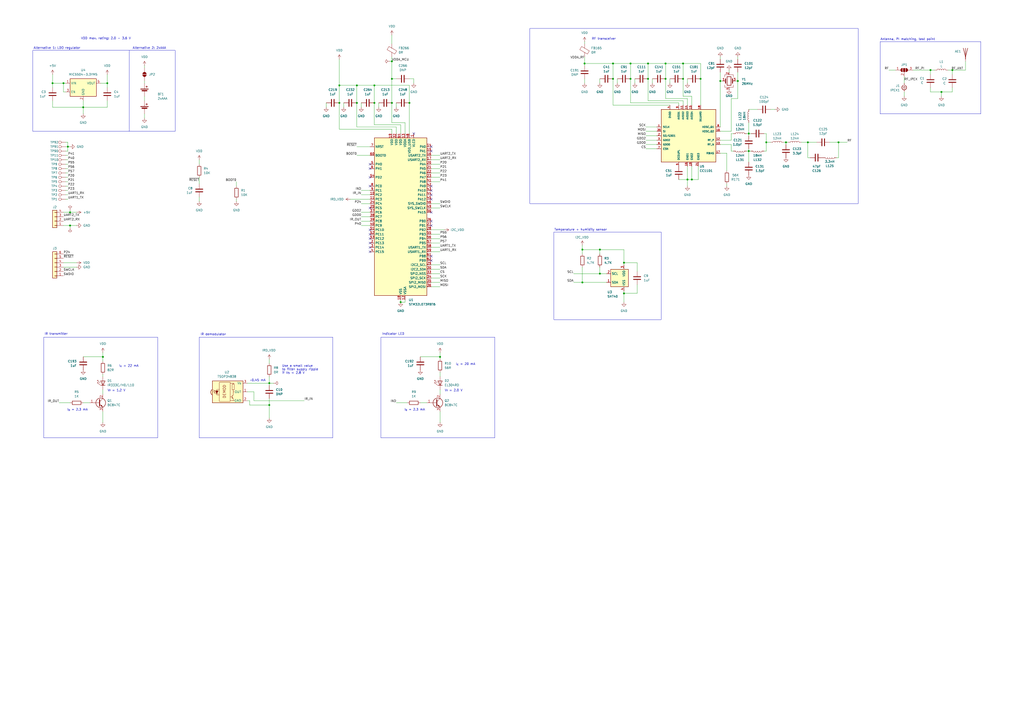
<source format=kicad_sch>
(kicad_sch (version 20250114) (generator "eeschema") (generator_version "9.0")
  (paper "A2")
  (rectangle (start 220.98 195.58) (end 287.02 254))
  (rectangle (start 510.54 24.13) (end 568.96 66.04))
  (rectangle (start 115.57 195.58) (end 193.04 254))
  (rectangle (start 321.31 134.62) (end 383.54 185.42))
  (rectangle (start 307.34 16.51) (end 497.84 118.11))
  (rectangle (start 19.05 29.21) (end 101.6 76.2))
  (rectangle (start 25.4 195.58) (end 91.44 254))
  (text "Indicator LED" (at 228.092 193.802 0) (effects (font (size 1.27 1.27))))
  (text "Use a small value \nto filter supply ripple\nif Vs < 2.8 V\n" (at 163.576 214.376 0) (effects (font (size 1.27 1.27)) (justify left)))
  (text "I_{b} = 2.3 mA" (at 240.538 237.744 0) (effects (font (size 1.27 1.27))))
  (text "I_{c} = 20 mA" (at 264.414 211.328 0) (effects (font (size 1.27 1.27)) (justify left)))
  (text "IR demodulator" (at 123.698 194.056 0) (effects (font (size 1.27 1.27))))
  (text "I_{c} = 22 mA" (at 69.088 212.344 0) (effects (font (size 1.27 1.27)) (justify left)))
  (text "IR transmitter" (at 32.512 193.802 0) (effects (font (size 1.27 1.27))))
  (text "RF transceiver" (at 350.266 22.606 0) (effects (font (size 1.27 1.27))))
  (text "V_{f} = 2.0 V" (at 263.144 226.568 0) (effects (font (size 1.27 1.27))))
  (text "~0.45 mA" (at 145.034 220.726 0) (effects (font (size 1.27 1.27)) (justify left)))
  (text "V_{f} = 1.2 V" (at 67.564 226.568 0) (effects (font (size 1.27 1.27))))
  (text "Temperature + humidity sensor" (at 336.804 133.35 0) (effects (font (size 1.27 1.27))))
  (text "Antenna, PI matching, test point" (at 526.542 22.86 0) (effects (font (size 1.27 1.27))))
  (text "I_{b} = 2.3 mA" (at 44.958 237.744 0) (effects (font (size 1.27 1.27))))
  (text "Alternative 1: LDO regulator" (at 33.02 27.94 0) (effects (font (size 1.27 1.27))))
  (text "VDD max. rating: 2.0 - 3.6 V" (at 61.468 22.352 0) (effects (font (size 1.27 1.27))))
  (text "Alternative 2: 2xAAA" (at 86.614 27.94 0) (effects (font (size 1.27 1.27))))
  (junction (at 398.78 104.14))
  (junction (at 539.75 40.64))
  (junction (at 40.64 130.81))
  (junction (at 227.33 59.69))
  (junction (at 237.49 59.69))
  (junction (at 30.48 48.26))
  (junction (at 339.09 36.83))
  (junction (at 444.5 82.55))
  (junction (at 401.32 104.14))
  (junction (at 427.99 46.99))
  (junction (at 337.82 163.83))
  (junction (at 468.63 82.55))
  (junction (at 156.21 234.95))
  (junction (at 434.34 87.63))
  (junction (at 36.83 48.26))
  (junction (at 255.27 207.01))
  (junction (at 217.17 59.69))
  (junction (at 365.76 36.83))
  (junction (at 156.21 222.25))
  (junction (at 227.33 35.56))
  (junction (at 396.24 36.83))
  (junction (at 62.23 48.26))
  (junction (at 337.82 144.78))
  (junction (at 196.85 49.53))
  (junction (at 39.37 85.09))
  (junction (at 546.1 53.34))
  (junction (at 217.17 49.53))
  (junction (at 361.95 152.4))
  (junction (at 386.08 36.83))
  (junction (at 40.64 123.19))
  (junction (at 375.92 36.83))
  (junction (at 227.33 45.72))
  (junction (at 207.01 59.69))
  (junction (at 434.34 77.47))
  (junction (at 232.41 175.26))
  (junction (at 396.24 45.72))
  (junction (at 59.69 207.01))
  (junction (at 375.92 45.72))
  (junction (at 347.98 144.78))
  (junction (at 365.76 45.72))
  (junction (at 347.98 158.75))
  (junction (at 386.08 45.72))
  (junction (at 552.45 40.64))
  (junction (at 406.4 45.72))
  (junction (at 48.26 62.23))
  (junction (at 207.01 49.53))
  (junction (at 486.41 82.55))
  (junction (at 417.83 46.99))
  (junction (at 196.85 59.69))
  (junction (at 455.93 82.55))
  (junction (at 355.6 45.72))
  (junction (at 361.95 170.18))
  (junction (at 355.6 36.83))
  (no_connect (at 250.19 85.09))
  (no_connect (at 250.19 107.95))
  (no_connect (at 214.63 107.95))
  (no_connect (at 214.63 138.43))
  (no_connect (at 214.63 140.97))
  (no_connect (at 214.63 133.35))
  (no_connect (at 250.19 113.03))
  (no_connect (at 240.03 77.47))
  (no_connect (at 250.19 115.57))
  (no_connect (at 250.19 110.49))
  (no_connect (at 214.63 102.87))
  (no_connect (at 214.63 95.25))
  (no_connect (at 250.19 128.27))
  (no_connect (at 214.63 120.65))
  (no_connect (at 214.63 146.05))
  (no_connect (at 250.19 130.81))
  (no_connect (at 214.63 143.51))
  (no_connect (at 214.63 97.79))
  (no_connect (at 250.19 148.59))
  (no_connect (at 250.19 151.13))
  (no_connect (at 214.63 135.89))
  (no_connect (at 250.19 123.19))
  (no_connect (at 250.19 87.63))
  (wire (pts (xy 369.57 165.1) (xy 369.57 170.18)))
  (wire (pts (xy 83.82 38.1) (xy 83.82 39.37)))
  (wire (pts (xy 59.69 207.01) (xy 59.69 209.55)))
  (wire (pts (xy 83.82 55.88) (xy 83.82 58.42)))
  (wire (pts (xy 406.4 36.83) (xy 406.4 45.72)))
  (wire (pts (xy 339.09 33.02) (xy 339.09 36.83)))
  (wire (pts (xy 217.17 49.53) (xy 237.49 49.53)))
  (wire (pts (xy 38.1 87.63) (xy 39.37 87.63)))
  (wire (pts (xy 232.41 72.39) (xy 217.17 72.39)))
  (wire (pts (xy 44.45 154.94) (xy 36.83 154.94)))
  (wire (pts (xy 147.32 232.41) (xy 147.32 227.33)))
  (wire (pts (xy 332.74 163.83) (xy 337.82 163.83)))
  (wire (pts (xy 62.23 43.18) (xy 62.23 48.26)))
  (wire (pts (xy 232.41 77.47) (xy 232.41 72.39)))
  (wire (pts (xy 375.92 45.72) (xy 375.92 58.42)))
  (wire (pts (xy 255.27 204.47) (xy 255.27 207.01)))
  (wire (pts (xy 401.32 55.88) (xy 396.24 55.88)))
  (wire (pts (xy 62.23 62.23) (xy 48.26 62.23)))
  (wire (pts (xy 196.85 59.69) (xy 196.85 49.53)))
  (wire (pts (xy 552.45 50.8) (xy 552.45 53.34)))
  (wire (pts (xy 243.84 207.01) (xy 255.27 207.01)))
  (wire (pts (xy 388.62 48.26) (xy 388.62 45.72)))
  (wire (pts (xy 39.37 82.55) (xy 39.37 85.09)))
  (wire (pts (xy 115.57 92.71) (xy 115.57 95.25)))
  (wire (pts (xy 227.33 35.56) (xy 227.33 45.72)))
  (wire (pts (xy 332.74 158.75) (xy 347.98 158.75)))
  (wire (pts (xy 250.19 95.25) (xy 255.27 95.25)))
  (wire (pts (xy 40.64 123.19) (xy 36.83 123.19)))
  (wire (pts (xy 398.78 60.96) (xy 398.78 57.15)))
  (wire (pts (xy 250.19 153.67) (xy 255.27 153.67)))
  (wire (pts (xy 337.82 144.78) (xy 347.98 144.78)))
  (wire (pts (xy 355.6 60.96) (xy 388.62 60.96)))
  (wire (pts (xy 39.37 92.71) (xy 38.1 92.71)))
  (wire (pts (xy 250.19 102.87) (xy 255.27 102.87)))
  (wire (pts (xy 421.64 88.9) (xy 417.83 88.9)))
  (wire (pts (xy 368.3 48.26) (xy 368.3 45.72)))
  (wire (pts (xy 434.34 71.12) (xy 434.34 77.47)))
  (wire (pts (xy 393.7 104.14) (xy 398.78 104.14)))
  (wire (pts (xy 398.78 48.26) (xy 398.78 45.72)))
  (wire (pts (xy 552.45 40.64) (xy 552.45 43.18)))
  (wire (pts (xy 58.42 48.26) (xy 62.23 48.26)))
  (wire (pts (xy 227.33 77.47) (xy 227.33 74.93)))
  (wire (pts (xy 355.6 36.83) (xy 355.6 45.72)))
  (wire (pts (xy 237.49 59.69) (xy 237.49 49.53)))
  (wire (pts (xy 434.34 87.63) (xy 435.61 87.63)))
  (wire (pts (xy 209.55 118.11) (xy 214.63 118.11)))
  (wire (pts (xy 365.76 45.72) (xy 365.76 59.69)))
  (wire (pts (xy 38.1 53.34) (xy 36.83 53.34)))
  (wire (pts (xy 374.65 76.2) (xy 381 76.2)))
  (wire (pts (xy 468.63 91.44) (xy 469.9 91.44)))
  (wire (pts (xy 59.69 238.76) (xy 59.69 245.11)))
  (wire (pts (xy 434.34 87.63) (xy 434.34 86.36)))
  (wire (pts (xy 40.64 132.08) (xy 40.64 130.81)))
  (wire (pts (xy 427.99 41.91) (xy 427.99 46.99)))
  (wire (pts (xy 227.33 45.72) (xy 227.33 59.69)))
  (wire (pts (xy 255.27 215.9) (xy 255.27 218.44)))
  (wire (pts (xy 36.83 130.81) (xy 40.64 130.81)))
  (wire (pts (xy 355.6 45.72) (xy 355.6 60.96)))
  (wire (pts (xy 209.55 123.19) (xy 214.63 123.19)))
  (wire (pts (xy 468.63 82.55) (xy 464.82 82.55)))
  (wire (pts (xy 144.78 232.41) (xy 143.51 232.41)))
  (wire (pts (xy 234.95 71.12) (xy 227.33 71.12)))
  (wire (pts (xy 234.95 175.26) (xy 234.95 173.99)))
  (wire (pts (xy 40.64 121.92) (xy 40.64 123.19)))
  (wire (pts (xy 393.7 59.69) (xy 393.7 60.96)))
  (wire (pts (xy 217.17 59.69) (xy 217.17 49.53)))
  (wire (pts (xy 38.1 115.57) (xy 39.37 115.57)))
  (wire (pts (xy 59.69 226.06) (xy 59.69 228.6)))
  (wire (pts (xy 355.6 36.83) (xy 365.76 36.83)))
  (wire (pts (xy 434.34 77.47) (xy 434.34 78.74)))
  (wire (pts (xy 232.41 175.26) (xy 232.41 173.99)))
  (wire (pts (xy 237.49 77.47) (xy 237.49 59.69)))
  (wire (pts (xy 417.83 76.2) (xy 424.18 76.2)))
  (wire (pts (xy 443.23 87.63) (xy 444.5 87.63)))
  (wire (pts (xy 434.34 63.5) (xy 439.42 63.5)))
  (wire (pts (xy 481.33 82.55) (xy 486.41 82.55)))
  (wire (pts (xy 196.85 74.93) (xy 196.85 59.69)))
  (wire (pts (xy 365.76 36.83) (xy 365.76 45.72)))
  (wire (pts (xy 546.1 53.34) (xy 552.45 53.34)))
  (wire (pts (xy 226.06 35.56) (xy 227.33 35.56)))
  (wire (pts (xy 375.92 36.83) (xy 375.92 45.72)))
  (wire (pts (xy 433.07 87.63) (xy 434.34 87.63)))
  (polyline (pts (xy 74.93 29.21) (xy 74.93 76.2)))
  (wire (pts (xy 219.71 62.23) (xy 219.71 59.69)))
  (wire (pts (xy 156.21 222.25) (xy 156.21 218.44)))
  (wire (pts (xy 250.19 100.33) (xy 255.27 100.33)))
  (wire (pts (xy 257.81 133.35) (xy 250.19 133.35)))
  (wire (pts (xy 115.57 102.87) (xy 115.57 106.68)))
  (wire (pts (xy 59.69 217.17) (xy 59.69 218.44)))
  (wire (pts (xy 401.32 96.52) (xy 401.32 104.14)))
  (wire (pts (xy 386.08 36.83) (xy 386.08 45.72)))
  (wire (pts (xy 365.76 36.83) (xy 375.92 36.83)))
  (wire (pts (xy 137.16 105.41) (xy 137.16 107.95)))
  (wire (pts (xy 38.1 102.87) (xy 39.37 102.87)))
  (wire (pts (xy 425.45 87.63) (xy 424.18 87.63)))
  (wire (pts (xy 39.37 90.17) (xy 38.1 90.17)))
  (wire (pts (xy 30.48 48.26) (xy 36.83 48.26)))
  (wire (pts (xy 549.91 40.64) (xy 552.45 40.64)))
  (wire (pts (xy 255.27 105.41) (xy 250.19 105.41)))
  (wire (pts (xy 209.55 128.27) (xy 214.63 128.27)))
  (wire (pts (xy 137.16 116.84) (xy 137.16 115.57)))
  (wire (pts (xy 144.78 234.95) (xy 156.21 234.95)))
  (wire (pts (xy 217.17 72.39) (xy 217.17 59.69)))
  (wire (pts (xy 229.87 73.66) (xy 207.01 73.66)))
  (wire (pts (xy 227.33 59.69) (xy 227.33 71.12)))
  (wire (pts (xy 417.83 41.91) (xy 417.83 46.99)))
  (wire (pts (xy 229.87 233.68) (xy 236.22 233.68)))
  (wire (pts (xy 250.19 97.79) (xy 255.27 97.79)))
  (wire (pts (xy 38.1 100.33) (xy 39.37 100.33)))
  (wire (pts (xy 38.1 85.09) (xy 39.37 85.09)))
  (wire (pts (xy 454.66 82.55) (xy 455.93 82.55)))
  (wire (pts (xy 375.92 36.83) (xy 386.08 36.83)))
  (wire (pts (xy 207.01 90.17) (xy 214.63 90.17)))
  (wire (pts (xy 374.65 73.66) (xy 381 73.66)))
  (wire (pts (xy 144.78 234.95) (xy 144.78 232.41)))
  (wire (pts (xy 30.48 48.26) (xy 30.48 50.8)))
  (wire (pts (xy 539.75 40.64) (xy 539.75 43.18)))
  (wire (pts (xy 48.26 62.23) (xy 48.26 66.04)))
  (wire (pts (xy 486.41 82.55) (xy 486.41 91.44)))
  (wire (pts (xy 427.99 57.15) (xy 427.99 46.99)))
  (wire (pts (xy 36.83 53.34) (xy 36.83 48.26)))
  (wire (pts (xy 417.83 46.99) (xy 417.83 73.66)))
  (wire (pts (xy 207.01 73.66) (xy 207.01 59.69)))
  (wire (pts (xy 189.23 59.69) (xy 189.23 62.23)))
  (wire (pts (xy 62.23 58.42) (xy 62.23 62.23)))
  (wire (pts (xy 560.07 40.64) (xy 560.07 35.56)))
  (wire (pts (xy 468.63 82.55) (xy 468.63 91.44)))
  (wire (pts (xy 433.07 77.47) (xy 434.34 77.47)))
  (wire (pts (xy 434.34 77.47) (xy 435.61 77.47)))
  (wire (pts (xy 337.82 142.24) (xy 337.82 144.78)))
  (wire (pts (xy 361.95 170.18) (xy 361.95 168.91)))
  (wire (pts (xy 196.85 49.53) (xy 207.01 49.53)))
  (wire (pts (xy 209.55 110.49) (xy 214.63 110.49)))
  (wire (pts (xy 398.78 57.15) (xy 386.08 57.15)))
  (wire (pts (xy 361.95 152.4) (xy 369.57 152.4)))
  (wire (pts (xy 209.55 59.69) (xy 209.55 62.23)))
  (wire (pts (xy 38.1 105.41) (xy 39.37 105.41)))
  (wire (pts (xy 449.58 63.5) (xy 447.04 63.5)))
  (wire (pts (xy 339.09 24.13) (xy 339.09 25.4)))
  (wire (pts (xy 374.65 86.36) (xy 381 86.36)))
  (wire (pts (xy 229.87 62.23) (xy 229.87 59.69)))
  (wire (pts (xy 378.46 48.26) (xy 378.46 45.72)))
  (wire (pts (xy 337.82 163.83) (xy 351.79 163.83)))
  (wire (pts (xy 38.1 95.25) (xy 39.37 95.25)))
  (wire (pts (xy 143.51 222.25) (xy 156.21 222.25)))
  (wire (pts (xy 444.5 87.63) (xy 444.5 82.55)))
  (wire (pts (xy 48.26 233.68) (xy 52.07 233.68)))
  (wire (pts (xy 421.64 99.06) (xy 421.64 88.9)))
  (wire (pts (xy 250.19 120.65) (xy 255.27 120.65)))
  (wire (pts (xy 250.19 163.83) (xy 255.27 163.83)))
  (wire (pts (xy 44.45 123.19) (xy 40.64 123.19)))
  (wire (pts (xy 38.1 113.03) (xy 39.37 113.03)))
  (wire (pts (xy 542.29 40.64) (xy 539.75 40.64)))
  (wire (pts (xy 443.23 77.47) (xy 444.5 77.47)))
  (wire (pts (xy 361.95 144.78) (xy 361.95 152.4)))
  (wire (pts (xy 337.82 154.94) (xy 337.82 163.83)))
  (wire (pts (xy 347.98 144.78) (xy 347.98 147.32)))
  (wire (pts (xy 347.98 144.78) (xy 361.95 144.78)))
  (wire (pts (xy 347.98 158.75) (xy 351.79 158.75)))
  (wire (pts (xy 421.64 107.95) (xy 421.64 106.68)))
  (wire (pts (xy 374.65 81.28) (xy 381 81.28)))
  (wire (pts (xy 156.21 208.28) (xy 156.21 210.82)))
  (wire (pts (xy 156.21 222.25) (xy 158.75 222.25)))
  (wire (pts (xy 405.13 96.52) (xy 405.13 104.14)))
  (wire (pts (xy 83.82 66.04) (xy 83.82 68.58)))
  (wire (pts (xy 396.24 45.72) (xy 396.24 55.88)))
  (wire (pts (xy 444.5 82.55) (xy 447.04 82.55)))
  (wire (pts (xy 199.39 59.69) (xy 199.39 62.23)))
  (wire (pts (xy 255.27 118.11) (xy 250.19 118.11)))
  (wire (pts (xy 38.1 110.49) (xy 39.37 110.49)))
  (wire (pts (xy 398.78 104.14) (xy 398.78 107.95)))
  (wire (pts (xy 240.03 45.72) (xy 237.49 45.72)))
  (wire (pts (xy 30.48 43.18) (xy 30.48 48.26)))
  (wire (pts (xy 486.41 82.55) (xy 491.49 82.55)))
  (wire (pts (xy 424.18 57.15) (xy 427.99 57.15)))
  (wire (pts (xy 227.33 74.93) (xy 196.85 74.93)))
  (wire (pts (xy 455.93 82.55) (xy 457.2 82.55)))
  (wire (pts (xy 83.82 46.99) (xy 83.82 48.26)))
  (wire (pts (xy 227.33 33.02) (xy 227.33 35.56)))
  (wire (pts (xy 147.32 227.33) (xy 143.51 227.33)))
  (wire (pts (xy 250.19 161.29) (xy 255.27 161.29)))
  (wire (pts (xy 196.85 34.29) (xy 196.85 49.53)))
  (wire (pts (xy 115.57 114.3) (xy 115.57 116.84)))
  (wire (pts (xy 38.1 82.55) (xy 39.37 82.55)))
  (wire (pts (xy 358.14 48.26) (xy 358.14 45.72)))
  (wire (pts (xy 386.08 36.83) (xy 396.24 36.83)))
  (wire (pts (xy 422.91 40.64) (xy 422.91 41.91)))
  (wire (pts (xy 38.1 107.95) (xy 39.37 107.95)))
  (wire (pts (xy 255.27 238.76) (xy 255.27 245.11)))
  (wire (pts (xy 386.08 45.72) (xy 386.08 57.15)))
  (wire (pts (xy 34.29 233.68) (xy 40.64 233.68)))
  (wire (pts (xy 36.83 48.26) (xy 38.1 48.26)))
  (wire (pts (xy 417.83 46.99) (xy 419.1 46.99)))
  (wire (pts (xy 240.03 48.26) (xy 240.03 45.72)))
  (wire (pts (xy 347.98 48.26) (xy 347.98 45.72)))
  (wire (pts (xy 229.87 77.47) (xy 229.87 73.66)))
  (wire (pts (xy 424.18 77.47) (xy 424.18 81.28)))
  (wire (pts (xy 207.01 49.53) (xy 217.17 49.53)))
  (wire (pts (xy 374.65 78.74) (xy 381 78.74)))
  (wire (pts (xy 339.09 45.72) (xy 339.09 48.26)))
  (wire (pts (xy 361.95 152.4) (xy 361.95 153.67)))
  (wire (pts (xy 147.32 232.41) (xy 176.53 232.41)))
  (wire (pts (xy 515.62 40.64) (xy 519.43 40.64)))
  (wire (pts (xy 214.63 115.57) (xy 203.2 115.57)))
  (wire (pts (xy 40.64 85.09) (xy 39.37 85.09)))
  (wire (pts (xy 347.98 158.75) (xy 347.98 154.94)))
  (wire (pts (xy 468.63 82.55) (xy 473.71 82.55)))
  (wire (pts (xy 424.18 87.63) (xy 424.18 83.82)))
  (wire (pts (xy 365.76 59.69) (xy 393.7 59.69)))
  (wire (pts (xy 417.83 33.02) (xy 417.83 34.29)))
  (wire (pts (xy 529.59 40.64) (xy 539.75 40.64)))
  (wire (pts (xy 250.19 140.97) (xy 255.27 140.97)))
  (wire (pts (xy 227.33 20.32) (xy 227.33 25.4)))
  (wire (pts (xy 62.23 48.26) (xy 62.23 50.8)))
  (wire (pts (xy 243.84 233.68) (xy 247.65 233.68)))
  (wire (pts (xy 255.27 158.75) (xy 250.19 158.75)))
  (wire (pts (xy 444.5 77.47) (xy 444.5 82.55)))
  (wire (pts (xy 207.01 85.09) (xy 214.63 85.09)))
  (wire (pts (xy 36.83 152.4) (xy 44.45 152.4)))
  (wire (pts (xy 156.21 231.14) (xy 156.21 234.95)))
  (wire (pts (xy 524.51 48.26) (xy 524.51 44.45)))
  (wire (pts (xy 427.99 46.99) (xy 426.72 46.99)))
  (wire (pts (xy 250.19 135.89) (xy 255.27 135.89)))
  (wire (pts (xy 546.1 53.34) (xy 546.1 55.88)))
  (wire (pts (xy 30.48 62.23) (xy 48.26 62.23)))
  (wire (pts (xy 38.1 97.79) (xy 39.37 97.79)))
  (wire (pts (xy 539.75 50.8) (xy 539.75 53.34)))
  (wire (pts (xy 48.26 207.01) (xy 59.69 207.01)))
  (wire (pts (xy 398.78 96.52) (xy 398.78 104.14)))
  (wire (pts (xy 229.87 45.72) (xy 227.33 45.72)))
  (wire (pts (xy 552.45 40.64) (xy 560.07 40.64)))
  (wire (pts (xy 250.19 90.17) (xy 255.27 90.17)))
  (wire (pts (xy 40.64 130.81) (xy 44.45 130.81)))
  (wire (pts (xy 250.19 138.43) (xy 255.27 138.43)))
  (wire (pts (xy 255.27 207.01) (xy 255.27 208.28)))
  (wire (pts (xy 524.51 53.34) (xy 524.51 55.88)))
  (wire (pts (xy 156.21 234.95) (xy 156.21 242.57)))
  (wire (pts (xy 250.19 92.71) (xy 255.27 92.71)))
  (wire (pts (xy 232.41 175.26) (xy 234.95 175.26)))
  (wire (pts (xy 156.21 222.25) (xy 156.21 223.52)))
  (wire (pts (xy 434.34 93.98) (xy 434.34 87.63)))
  (wire (pts (xy 339.09 38.1) (xy 339.09 36.83)))
  (wire (pts (xy 401.32 60.96) (xy 401.32 55.88)))
  (wire (pts (xy 424.18 76.2) (xy 424.18 57.15)))
  (wire (pts (xy 396.24 36.83) (xy 396.24 45.72)))
  (wire (pts (xy 455.93 82.55) (xy 455.93 83.82)))
  (wire (pts (xy 209.55 125.73) (xy 214.63 125.73)))
  (wire (pts (xy 369.57 152.4) (xy 369.57 157.48)))
  (wire (pts (xy 396.24 58.42) (xy 396.24 60.96)))
  (wire (pts (xy 48.26 58.42) (xy 48.26 62.23)))
  (wire (pts (xy 546.1 53.34) (xy 539.75 53.34)))
  (wire (pts (xy 337.82 144.78) (xy 337.82 147.32)))
  (wire (pts (xy 30.48 62.23) (xy 30.48 58.42)))
  (wire (pts (xy 255.27 143.51) (xy 250.19 143.51)))
  (wire (pts (xy 427.99 33.02) (xy 427.99 34.29)))
  (wire (pts (xy 339.09 36.83) (xy 355.6 36.83)))
  (wire (pts (xy 234.95 77.47) (xy 234.95 71.12)))
  (wire (pts (xy 209.55 130.81) (xy 214.63 130.81)))
  (wire (pts (xy 39.37 85.09) (xy 39.37 87.63)))
  (wire (pts (xy 406.4 45.72) (xy 406.4 60.96)))
  (wire (pts (xy 405.13 104.14) (xy 401.32 104.14)))
  (wire (pts (xy 250.19 156.21) (xy 255.27 156.21)))
  (wire (pts (xy 424.18 83.82) (xy 417.83 83.82)))
  (wire (pts (xy 59.69 204.47) (xy 59.69 207.01)))
  (wire (pts (xy 361.95 170.18) (xy 361.95 175.26)))
  (wire (pts (xy 255.27 146.05) (xy 250.19 146.05)))
  (wire (pts (xy 207.01 59.69) (xy 207.01 49.53)))
  (wire (pts (xy 375.92 58.42) (xy 396.24 58.42)))
  (wire (pts (xy 396.24 36.83) (xy 406.4 36.83)))
  (wire (pts (xy 424.18 81.28) (xy 417.83 81.28)))
  (wire (pts (xy 374.65 83.82) (xy 381 83.82)))
  (wire (pts (xy 255.27 226.06) (xy 255.27 228.6)))
  (wire (pts (xy 425.45 77.47) (xy 424.18 77.47)))
  (wire (pts (xy 250.19 166.37) (xy 255.27 166.37)))
  (wire (pts (xy 369.57 170.18) (xy 361.95 170.18)))
  (wire (pts (xy 486.41 91.44) (xy 485.14 91.44)))
  (wire (pts (xy 209.55 113.03) (xy 214.63 113.03)))
  (wire (pts (xy 398.78 104.14) (xy 401.32 104.14)))
  (label "UART1_TX" (at 255.27 143.51 0))
  (label "P40" (at 209.55 130.81 180))
  (label "MISO" (at 374.65 78.74 180))
  (label "P23" (at 255.27 102.87 0))
  (label "P21" (at 39.37 105.41 0))
  (label "RF_PI" (at 530.86 40.64 0))
  (label "IR_OUT" (at 209.55 128.27 180))
  (label "P24" (at 36.83 147.32 0))
  (label "VDDA_MCU" (at 227.33 35.56 0))
  (label "P20" (at 39.37 102.87 0))
  (label "P57" (at 39.37 100.33 0))
  (label "MOSI" (at 255.27 166.37 0))
  (label "SCK" (at 374.65 73.66 180))
  (label "IND" (at 229.87 233.68 180))
  (label "UART1_RX" (at 255.27 146.05 0))
  (label "SCL" (at 332.74 158.75 180))
  (label "RF" (at 491.49 82.55 0))
  (label "SWDIO" (at 255.27 118.11 0))
  (label "VDDA_RF" (at 339.09 34.29 180))
  (label "~{RESET}" (at 115.57 105.41 180))
  (label "UART2_TX" (at 255.27 90.17 0))
  (label "P20" (at 255.27 95.25 0))
  (label "GDO2" (at 209.55 123.19 180))
  (label "RF_IPEX" (at 524.51 46.99 0))
  (label "SCL" (at 255.27 153.67 0))
  (label "MOSI" (at 374.65 76.2 180))
  (label "P22" (at 255.27 100.33 0))
  (label "UART2_RX" (at 36.83 128.27 0))
  (label "GDO0" (at 374.65 83.82 180))
  (label "GDO2" (at 374.65 81.28 180))
  (label "BOOT0" (at 137.16 105.41 180))
  (label "IR_OUT" (at 34.29 233.68 180))
  (label "CS" (at 374.65 86.36 180))
  (label "MISO" (at 255.27 163.83 0))
  (label "~{RESET}" (at 36.83 149.86 0))
  (label "~{RESET}" (at 207.01 85.09 180))
  (label "P56" (at 39.37 97.79 0))
  (label "UART2_RX" (at 255.27 92.71 0))
  (label "SDA" (at 332.74 163.83 180))
  (label "UART2_TX" (at 36.83 125.73 0))
  (label "P22" (at 39.37 107.95 0))
  (label "IR_IN" (at 209.55 113.03 180))
  (label "BOOT0" (at 207.01 90.17 180))
  (label "SDA" (at 255.27 156.21 0))
  (label "SWCLK" (at 255.27 120.65 0))
  (label "SWCLK" (at 36.83 157.48 0))
  (label "P41" (at 39.37 90.17 0))
  (label "P55" (at 39.37 95.25 0))
  (label "IND" (at 209.55 110.49 180))
  (label "CS" (at 255.27 158.75 0))
  (label "P56" (at 255.27 138.43 0))
  (label "RF" (at 515.62 40.64 180))
  (label "SCK" (at 255.27 161.29 0))
  (label "P55" (at 255.27 135.89 0))
  (label "P41" (at 255.27 105.41 0))
  (label "GDO0" (at 209.55 125.73 180))
  (label "P57" (at 255.27 140.97 0))
  (label "UART1_TX" (at 39.37 115.57 0))
  (label "RF_ANT" (at 558.8 40.64 180))
  (label "P24" (at 209.55 118.11 180))
  (label "IR_IN" (at 176.53 232.41 0))
  (label "UART1_RX" (at 39.37 113.03 0))
  (label "P40" (at 39.37 92.71 0))
  (label "SWDIO" (at 36.83 160.02 0))
  (label "P23" (at 39.37 110.49 0))
  (label "P21" (at 255.27 97.79 0))
  (symbol (lib_id "Device:C") (at 439.42 77.47 90) (unit 1)
    (property "Reference" "C122" (at 439.42 69.85 90))
    (property "Value" "1.5pF" (at 439.42 72.39 90))
    (property "Footprint" "Capacitor_SMD:C_0402_1005Metric" (effects (hide yes)))
    (property "Description" "Unpolarized capacitor" (effects (hide yes)))
  )
  (symbol (lib_id "Device:Crystal_GND24") (at 422.91 46.99 0) (unit 1)
    (property "Reference" "Y1" (at 430.276 45.974 0) (effects (justify left)))
    (property "Value" "26MHz" (at 430.276 48.514 0) (effects (justify left)))
    (property "Footprint" "Crystal:Crystal_SMD_3225-4Pin_3.2x2.5mm" (effects (hide yes)))
    (property "Description" "Four pin crystal, GND on pins 2 and 4" (effects (hide yes)))
  )
  (symbol (lib_id "Connector:TestPoint") (at 38.1 105.41 90) (unit 1)
    (property "Reference" "TP5" (at 31.496 105.41 90))
    (property "Value" "TestPoint" (effects (hide yes)))
    (property "Footprint" "TestPoint:TestPoint_Pad_D1.0mm" (effects (hide yes)))
    (property "Description" "test point" (effects (hide yes)))
  )
  (symbol (lib_id "Device:FerriteBead") (at 227.33 29.21 0) (unit 1)
    (property "Reference" "FB266" (at 231.14 27.8891 0) (effects (justify left)))
    (property "Value" "0R" (at 231.14 30.4291 0) (effects (justify left)))
    (property "Footprint" "Inductor_SMD:L_0603_1608Metric" (effects (hide yes)))
    (property "Description" "Ferrite bead" (effects (hide yes)))
  )
  (symbol (lib_id "power:GND") (at 524.51 55.88 0) (unit 1)
    (property "Reference" "#PWR04" (effects (hide yes)))
    (property "Value" "GND" (at 524.51 60.96 0))
    (property "Description" "Power symbol creates a global label with name \"GND\" , ground" (effects (hide yes)))
  )
  (symbol (lib_id "Device:C") (at 62.23 54.61 0) (unit 1)
    (property "Reference" "C4" (at 66.04 53.3399 0) (effects (justify left)))
    (property "Value" "1uF" (at 66.04 55.8799 0) (effects (justify left)))
    (property "Footprint" "Capacitor_SMD:C_0603_1608Metric" (effects (hide yes)))
    (property "Description" "Unpolarized capacitor" (effects (hide yes)))
  )
  (symbol (lib_id "Device:R") (at 115.57 99.06 0) (unit 1)
    (property "Reference" "R4" (at 118.11 97.7899 0) (effects (justify left)))
    (property "Value" "10K" (at 118.11 100.3299 0) (effects (justify left)))
    (property "Footprint" "Resistor_SMD:R_0603_1608Metric" (effects (hide yes)))
    (property "Description" "Resistor" (effects (hide yes)))
  )
  (symbol (lib_id "Connector:TestPoint") (at 38.1 97.79 90) (unit 1)
    (property "Reference" "TP8" (at 31.496 97.79 90))
    (property "Value" "TestPoint" (effects (hide yes)))
    (property "Footprint" "TestPoint:TestPoint_Pad_D1.0mm" (effects (hide yes)))
    (property "Description" "test point" (effects (hide yes)))
  )
  (symbol (lib_id "power:GND") (at 449.58 63.5 90) (unit 1)
    (property "Reference" "#PWR0191" (effects (hide yes)))
    (property "Value" "GND" (at 453.39 63.4999 90) (effects (justify right)))
    (property "Description" "Power symbol creates a global label with name \"GND\" , ground" (effects (hide yes)))
  )
  (symbol (lib_id "Connector_Generic:Conn_01x04") (at 31.75 128.27 180) (unit 1)
    (property "Reference" "J2" (at 31.75 120.142 0))
    (property "Value" "Conn_01x20" (effects (hide yes)))
    (property "Footprint" "Connector_JST:JST_XH_S4B-XH-A-1_1x04_P2.50mm_Horizontal" (effects (hide yes)))
    (property "Description" "Generic connector, single row, 01x04, script generated (kicad-library-utils/schlib/autogen/connector/)" (effects (hide yes)))
  )
  (symbol (lib_id "Connector:TestPoint") (at 38.1 92.71 90) (unit 1)
    (property "Reference" "TP10" (at 31.496 92.71 90))
    (property "Value" "TestPoint" (effects (hide yes)))
    (property "Footprint" "TestPoint:TestPoint_Pad_D1.0mm" (effects (hide yes)))
    (property "Description" "test point" (effects (hide yes)))
  )
  (symbol (lib_id "Device:C") (at 434.34 82.55 0) (mirror x) (unit 1)
    (property "Reference" "C121" (at 430.53 81.2799 0) (effects (justify right)))
    (property "Value" "1.0pF" (at 430.53 83.8199 0) (effects (justify right)))
    (property "Footprint" "Capacitor_SMD:C_0402_1005Metric" (effects (hide yes)))
    (property "Description" "Unpolarized capacitor" (effects (hide yes)))
  )
  (symbol (lib_id "Device:R") (at 240.03 233.68 90) (unit 1)
    (property "Reference" "R9" (at 240.03 227.33 90))
    (property "Value" "1K" (at 240.03 229.87 90))
    (property "Footprint" "Resistor_SMD:R_0603_1608Metric" (effects (hide yes)))
    (property "Description" "Resistor" (effects (hide yes)))
  )
  (symbol (lib_id "power:GND") (at 48.26 66.04 0) (unit 1)
    (property "Reference" "#PWR07" (effects (hide yes)))
    (property "Value" "GND" (at 48.26 71.12 0))
    (property "Description" "Power symbol creates a global label with name \"GND\" , ground" (effects (hide yes)))
  )
  (symbol (lib_id "Device:C") (at 48.26 210.82 0) (mirror y) (unit 1)
    (property "Reference" "C193" (at 44.45 209.5499 0) (effects (justify left)))
    (property "Value" "1uF" (at 44.45 212.0899 0) (effects (justify left)))
    (property "Footprint" "Capacitor_SMD:C_0603_1608Metric" (effects (hide yes)))
    (property "Description" "Unpolarized capacitor" (effects (hide yes)))
  )
  (symbol (lib_id "power:GND") (at 422.91 52.07 0) (unit 1)
    (property "Reference" "#PWR0194" (effects (hide yes)))
    (property "Value" "GND" (at 422.91 55.626 0))
    (property "Description" "Power symbol creates a global label with name \"GND\" , ground" (effects (hide yes)))
  )
  (symbol (lib_id "Connector:TestPoint") (at 38.1 102.87 90) (unit 1)
    (property "Reference" "TP6" (at 31.496 102.87 90))
    (property "Value" "TestPoint" (effects (hide yes)))
    (property "Footprint" "TestPoint:TestPoint_Pad_D1.0mm" (effects (hide yes)))
    (property "Description" "test point" (effects (hide yes)))
  )
  (symbol (lib_id "Device:C") (at 372.11 45.72 90) (unit 1)
    (property "Reference" "C111" (at 372.11 38.862 90))
    (property "Value" "1uF" (at 372.11 41.402 90))
    (property "Footprint" "Capacitor_SMD:C_0603_1608Metric" (effects (hide yes)))
    (property "Description" "Unpolarized capacitor" (effects (hide yes)))
  )
  (symbol (lib_id "Device:FerriteBead") (at 339.09 29.21 0) (unit 1)
    (property "Reference" "FB165" (at 342.9 27.8891 0) (effects (justify left)))
    (property "Value" "0R" (at 342.9 30.4291 0) (effects (justify left)))
    (property "Footprint" "Inductor_SMD:L_0603_1608Metric" (effects (hide yes)))
    (property "Description" "Ferrite bead" (effects (hide yes)))
  )
  (symbol (lib_id "power:GND") (at 421.64 107.95 0) (unit 1)
    (property "Reference" "#PWR031" (effects (hide yes)))
    (property "Value" "GND" (at 421.64 113.03 0))
    (property "Description" "Power symbol creates a global label with name \"GND\" , ground" (effects (hide yes)))
  )
  (symbol (lib_id "Connector:TestPoint") (at 38.1 82.55 90) (unit 1)
    (property "Reference" "TP92" (at 31.496 82.55 90))
    (property "Value" "TestPoint" (effects (hide yes)))
    (property "Footprint" "TestPoint:TestPoint_Pad_D1.0mm" (effects (hide yes)))
    (property "Description" "test point" (effects (hide yes)))
  )
  (symbol (lib_id "power:GND") (at 115.57 116.84 0) (unit 1)
    (property "Reference" "#PWR010" (effects (hide yes)))
    (property "Value" "GND" (at 115.57 121.92 0))
    (property "Description" "Power symbol creates a global label with name \"GND\" , ground" (effects (hide yes)))
  )
  (symbol (lib_id "Device:C") (at 539.75 46.99 0) (mirror y) (unit 1)
    (property "Reference" "C1" (at 534.924 45.466 0))
    (property "Value" "C" (at 534.924 48.006 0))
    (property "Footprint" "Capacitor_SMD:C_0402_1005Metric" (effects (hide yes)))
    (property "Description" "Unpolarized capacitor" (effects (hide yes)))
  )
  (symbol (lib_id "Device:C") (at 233.68 59.69 270) (unit 1)
    (property "Reference" "C248" (at 233.68 52.07 90))
    (property "Value" "1uF" (at 233.68 54.61 90))
    (property "Footprint" "Capacitor_SMD:C_0603_1608Metric" (effects (hide yes)))
    (property "Description" "Unpolarized capacitor" (effects (hide yes)))
  )
  (symbol (lib_id "Device:R") (at 337.82 151.13 0) (unit 1)
    (property "Reference" "R2" (at 340.36 149.8599 0) (effects (justify left)))
    (property "Value" "4.7K" (at 340.36 152.3999 0) (effects (justify left)))
    (property "Footprint" "Resistor_SMD:R_0603_1608Metric" (effects (hide yes)))
    (property "Description" "Resistor" (effects (hide yes)))
  )
  (symbol (lib_id "Connector:TestPoint") (at 38.1 87.63 90) (unit 1)
    (property "Reference" "TP90" (at 31.496 87.63 90))
    (property "Value" "TestPoint" (effects (hide yes)))
    (property "Footprint" "TestPoint:TestPoint_Pad_D1.0mm" (effects (hide yes)))
    (property "Description" "test point" (effects (hide yes)))
  )
  (symbol (lib_id "Regulator_Linear:MIC5504-3.3YM5") (at 48.26 50.8 0) (unit 1)
    (property "Reference" "U4" (at 48.26 40.64 0))
    (property "Value" "MIC5504-3.3YM5" (at 48.26 43.18 0))
    (property "Footprint" "Package_TO_SOT_SMD:SOT-23-5" (effects (hide yes)))
    (property "Datasheet" "http://ww1.microchip.com/downloads/en/DeviceDoc/MIC550X.pdf" (effects (hide yes)))
    (property "Description" "300mA Low-dropout Voltage Regulator, Vout 3.3V, Vin up to 5.5V, SOT-23" (effects (hide yes)))
  )
  (symbol (lib_id "Device:C") (at 243.84 210.82 0) (mirror y) (unit 1)
    (property "Reference" "C192" (at 240.03 209.5499 0) (effects (justify left)))
    (property "Value" "1uF" (at 240.03 212.0899 0) (effects (justify left)))
    (property "Footprint" "Capacitor_SMD:C_0603_1608Metric" (effects (hide yes)))
    (property "Description" "Unpolarized capacitor" (effects (hide yes)))
  )
  (symbol (lib_id "Transistor_BJT:Q_NPN_BCE") (at 252.73 233.68 0) (unit 1)
    (property "Reference" "Q2" (at 257.81 232.4099 0) (effects (justify left)))
    (property "Value" "BC847C" (at 257.81 234.9499 0) (effects (justify left)))
    (property "Footprint" "Package_TO_SOT_SMD:SOT-23" (effects (hide yes)))
    (property "Description" "NPN transistor, base/collector/emitter" (effects (hide yes)))
  )
  (symbol (lib_id "Device:R") (at 156.21 214.63 180) (unit 1)
    (property "Reference" "R8" (at 158.75 213.3599 0) (effects (justify right)))
    (property "Value" "0R" (at 158.75 215.8999 0) (effects (justify right)))
    (property "Footprint" "Resistor_SMD:R_0603_1608Metric" (effects (hide yes)))
    (property "Description" "Resistor" (effects (hide yes)))
  )
  (symbol (lib_id "Device:L") (at 546.1 40.64 270) (mirror x) (unit 1)
    (property "Reference" "L1" (at 546.1 35.814 90))
    (property "Value" "L" (at 546.1 38.354 90))
    (property "Footprint" "Inductor_SMD:L_0402_1005Metric" (effects (hide yes)))
    (property "Description" "Inductor" (effects (hide yes)))
  )
  (symbol (lib_id "power:GND") (at 199.39 62.23 0) (unit 1)
    (property "Reference" "#PWR0203" (effects (hide yes)))
    (property "Value" "GND" (at 199.39 67.31 0))
    (property "Description" "Power symbol creates a global label with name \"GND\" , ground" (effects (hide yes)))
  )
  (symbol (lib_id "Connector:TestPoint") (at 38.1 95.25 90) (unit 1)
    (property "Reference" "TP9" (at 31.496 95.25 90))
    (property "Value" "TestPoint" (effects (hide yes)))
    (property "Footprint" "TestPoint:TestPoint_Pad_D1.0mm" (effects (hide yes)))
    (property "Description" "test point" (effects (hide yes)))
  )
  (symbol (lib_id "power:GND") (at 229.87 62.23 0) (unit 1)
    (property "Reference" "#PWR01" (effects (hide yes)))
    (property "Value" "GND" (at 229.87 67.31 0))
    (property "Description" "Power symbol creates a global label with name \"GND\" , ground" (effects (hide yes)))
  )
  (symbol (lib_id "power:VDD") (at 59.69 204.47 0) (unit 1)
    (property "Reference" "#PWR022" (effects (hide yes)))
    (property "Value" "VDD" (at 59.69 199.39 0))
    (property "Description" "Power symbol creates a global label with name \"VDD\"" (effects (hide yes)))
  )
  (symbol (lib_id "Connector:TestPoint") (at 38.1 113.03 90) (unit 1)
    (property "Reference" "TP2" (at 31.496 113.03 90))
    (property "Value" "TestPoint" (effects (hide yes)))
    (property "Footprint" "TestPoint:TestPoint_Pad_D1.0mm" (effects (hide yes)))
    (property "Description" "test point" (effects (hide yes)))
  )
  (symbol (lib_id "power:GND") (at 44.45 130.81 90) (mirror x) (unit 1)
    (property "Reference" "#PWR0209" (effects (hide yes)))
    (property "Value" "GND" (at 48.26 130.8099 90) (effects (justify right)))
    (property "Description" "Power symbol creates a global label with name \"GND\" , ground" (effects (hide yes)))
  )
  (symbol (lib_id "power:VDD") (at 227.33 20.32 0) (unit 1)
    (property "Reference" "#PWR0213" (effects (hide yes)))
    (property "Value" "VDD" (at 227.33 15.24 0))
    (property "Description" "Power symbol creates a global label with name \"VDD\"" (effects (hide yes)))
  )
  (symbol (lib_id "Device:C") (at 417.83 38.1 0) (mirror y) (unit 1)
    (property "Reference" "C81" (at 414.782 36.83 0) (effects (justify left)))
    (property "Value" "12pF" (at 414.782 39.37 0) (effects (justify left)))
    (property "Footprint" "Capacitor_SMD:C_0402_1005Metric" (effects (hide yes)))
    (property "Description" "Unpolarized capacitor" (effects (hide yes)))
  )
  (symbol (lib_id "power:GND") (at 455.93 91.44 0) (unit 1)
    (property "Reference" "#PWR035" (effects (hide yes)))
    (property "Value" "GND" (at 455.93 96.52 0))
    (property "Description" "Power symbol creates a global label with name \"GND\" , ground" (effects (hide yes)))
  )
  (symbol (lib_id "power:GND") (at 388.62 48.26 0) (unit 1)
    (property "Reference" "#PWR0195" (effects (hide yes)))
    (property "Value" "GND" (at 388.62 53.34 0))
    (property "Description" "Power symbol creates a global label with name \"GND\" , ground" (effects (hide yes)))
  )
  (symbol (lib_id "power:VDD") (at 196.85 34.29 0) (unit 1)
    (property "Reference" "#PWR017" (effects (hide yes)))
    (property "Value" "VDD" (at 196.85 29.21 0))
    (property "Description" "Power symbol creates a global label with name \"VDD\"" (effects (hide yes)))
  )
  (symbol (lib_id "power:VDD") (at 83.82 38.1 0) (unit 1)
    (property "Reference" "#PWR015" (effects (hide yes)))
    (property "Value" "VDD" (at 83.82 33.02 0))
    (property "Description" "Power symbol creates a global label with name \"VDD\"" (effects (hide yes)))
  )
  (symbol (lib_id "LED:SFH4346") (at 59.69 220.98 90) (unit 1)
    (property "Reference" "D1" (at 62.23 220.8529 90) (effects (justify right)))
    (property "Value" "IR333C/H0/L10" (at 62.23 223.3929 90) (effects (justify right)))
    (property "Footprint" "LED_THT:LED_D3.0mm_IRBlack" (effects (hide yes)))
    (property "Datasheet" "http://cdn-reichelt.de/documents/datenblatt/A500/SFH4346.pdf" (effects (hide yes)))
    (property "Description" "Infrared LED , 3mm LED package" (effects (hide yes)))
  )
  (symbol (lib_id "power:GND") (at 40.64 85.09 90) (unit 1)
    (property "Reference" "#PWR0205" (effects (hide yes)))
    (property "Value" "GND" (at 44.45 85.0899 90) (effects (justify right)))
    (property "Description" "Power symbol creates a global label with name \"GND\" , ground" (effects (hide yes)))
  )
  (symbol (lib_id "power:GND") (at 48.26 214.63 0) (unit 1)
    (property "Reference" "#PWR0212" (effects (hide yes)))
    (property "Value" "GND" (at 48.26 219.71 0))
    (property "Description" "Power symbol creates a global label with name \"GND\" , ground" (effects (hide yes)))
  )
  (symbol (lib_id "Device:C") (at 402.59 45.72 90) (unit 1)
    (property "Reference" "C181" (at 402.59 38.862 90))
    (property "Value" "1uF" (at 402.59 41.402 90))
    (property "Footprint" "Capacitor_SMD:C_0603_1608Metric" (effects (hide yes)))
    (property "Description" "Unpolarized capacitor" (effects (hide yes)))
  )
  (symbol (lib_id "power:GND") (at 427.99 33.02 180) (unit 1)
    (property "Reference" "#PWR037" (effects (hide yes)))
    (property "Value" "GND" (at 427.99 27.94 0))
    (property "Description" "Power symbol creates a global label with name \"GND\" , ground" (effects (hide yes)))
  )
  (symbol (lib_id "Device:C") (at 213.36 59.69 270) (unit 1)
    (property "Reference" "C264" (at 213.36 52.07 90))
    (property "Value" "1uF" (at 213.36 54.61 90))
    (property "Footprint" "Capacitor_SMD:C_0603_1608Metric" (effects (hide yes)))
    (property "Description" "Unpolarized capacitor" (effects (hide yes)))
  )
  (symbol (lib_id "Device:C") (at 223.52 59.69 270) (unit 1)
    (property "Reference" "C213" (at 223.52 52.07 90))
    (property "Value" "1uF" (at 223.52 54.61 90))
    (property "Footprint" "Capacitor_SMD:C_0603_1608Metric" (effects (hide yes)))
    (property "Description" "Unpolarized capacitor" (effects (hide yes)))
  )
  (symbol (lib_id "Device:C") (at 552.45 46.99 0) (mirror y) (unit 1)
    (property "Reference" "C2" (at 547.878 45.72 0))
    (property "Value" "C" (at 547.878 48.26 0))
    (property "Footprint" "Capacitor_SMD:C_0402_1005Metric" (effects (hide yes)))
    (property "Description" "Unpolarized capacitor" (effects (hide yes)))
  )
  (symbol (lib_id "Connector:TestPoint") (at 38.1 90.17 90) (unit 1)
    (property "Reference" "TP11" (at 31.496 90.17 90))
    (property "Value" "TestPoint" (effects (hide yes)))
    (property "Footprint" "TestPoint:TestPoint_Pad_D1.0mm" (effects (hide yes)))
    (property "Description" "test point" (effects (hide yes)))
  )
  (symbol (lib_id "power:VDD") (at 115.57 92.71 0) (unit 1)
    (property "Reference" "#PWR018" (effects (hide yes)))
    (property "Value" "VDD" (at 115.57 87.63 0))
    (property "Description" "Power symbol creates a global label with name \"VDD\"" (effects (hide yes)))
  )
  (symbol (lib_id "LED:SFH4346") (at 255.27 220.98 90) (unit 1)
    (property "Reference" "D2" (at 257.81 220.8529 90) (effects (justify right)))
    (property "Value" "EL304RD" (at 257.81 223.3929 90) (effects (justify right)))
    (property "Footprint" "LED_THT:LED_D3.0mm" (effects (hide yes)))
    (property "Datasheet" "http://cdn-reichelt.de/documents/datenblatt/A500/SFH4346.pdf" (effects (hide yes)))
    (property "Description" "Infrared LED , 3mm LED package" (effects (hide yes)))
  )
  (symbol (lib_id "Device:C") (at 339.09 41.91 180) (unit 1)
    (property "Reference" "C191" (at 333.375 40.767 0))
    (property "Value" "DNP" (at 333.375 43.307 0))
    (property "Footprint" "Capacitor_SMD:C_0603_1608Metric" (effects (hide yes)))
    (property "Description" "Unpolarized capacitor" (effects (hide yes)))
  )
  (symbol (lib_id "power:GND") (at 137.16 116.84 0) (unit 1)
    (property "Reference" "#PWR029" (effects (hide yes)))
    (property "Value" "GND" (at 137.16 121.92 0))
    (property "Description" "Power symbol creates a global label with name \"GND\" , ground" (effects (hide yes)))
  )
  (symbol (lib_id "power:GND") (at 209.55 62.23 0) (unit 1)
    (property "Reference" "#PWR0202" (effects (hide yes)))
    (property "Value" "GND" (at 209.55 67.31 0))
    (property "Description" "Power symbol creates a global label with name \"GND\" , ground" (effects (hide yes)))
  )
  (symbol (lib_id "power:GND") (at 358.14 48.26 0) (unit 1)
    (property "Reference" "#PWR0198" (effects (hide yes)))
    (property "Value" "GND" (at 358.14 53.34 0))
    (property "Description" "Power symbol creates a global label with name \"GND\" , ground" (effects (hide yes)))
  )
  (symbol (lib_id "power:GND") (at 347.98 48.26 0) (unit 1)
    (property "Reference" "#PWR0199" (effects (hide yes)))
    (property "Value" "GND" (at 347.98 53.34 0))
    (property "Description" "Power symbol creates a global label with name \"GND\" , ground" (effects (hide yes)))
  )
  (symbol (lib_id "power:GND") (at 378.46 48.26 0) (unit 1)
    (property "Reference" "#PWR0196" (effects (hide yes)))
    (property "Value" "GND" (at 378.46 53.34 0))
    (property "Description" "Power symbol creates a global label with name \"GND\" , ground" (effects (hide yes)))
  )
  (symbol (lib_id "power:GND") (at 417.83 33.02 180) (unit 1)
    (property "Reference" "#PWR036" (effects (hide yes)))
    (property "Value" "GND" (at 417.83 27.94 0))
    (property "Description" "Power symbol creates a global label with name \"GND\" , ground" (effects (hide yes)))
  )
  (symbol (lib_id "power:GND") (at 83.82 68.58 0) (unit 1)
    (property "Reference" "#PWR08" (effects (hide yes)))
    (property "Value" "GND" (at 83.82 73.66 0))
    (property "Description" "Power symbol creates a global label with name \"GND\" , ground" (effects (hide yes)))
  )
  (symbol (lib_id "Device:L") (at 481.33 91.44 270) (unit 1)
    (property "Reference" "L125" (at 481.33 96.266 90))
    (property "Value" "3.3nH" (at 481.33 93.726 90))
    (property "Footprint" "Inductor_SMD:L_0402_1005Metric" (effects (hide yes)))
    (property "Description" "Inductor" (effects (hide yes)))
  )
  (symbol (lib_id "Device:R") (at 347.98 151.13 0) (unit 1)
    (property "Reference" "R3" (at 350.52 149.8599 0) (effects (justify left)))
    (property "Value" "4.7K" (at 350.52 152.3999 0) (effects (justify left)))
    (property "Footprint" "Resistor_SMD:R_0603_1608Metric" (effects (hide yes)))
    (property "Description" "Resistor" (effects (hide yes)))
  )
  (symbol (lib_id "power:VDD") (at 44.45 152.4 270) (unit 1)
    (property "Reference" "#PWR0208" (effects (hide yes)))
    (property "Value" "VDD" (at 48.26 152.3999 90) (effects (justify left)))
    (property "Description" "Power symbol creates a global label with name \"VDD\"" (effects (hide yes)))
  )
  (symbol (lib_id "Device:C") (at 369.57 161.29 0) (unit 1)
    (property "Reference" "C9" (at 373.38 160.0199 0) (effects (justify left)))
    (property "Value" "1uF" (at 373.38 162.5599 0) (effects (justify left)))
    (property "Footprint" "Capacitor_SMD:C_0603_1608Metric" (effects (hide yes)))
    (property "Description" "Unpolarized capacitor" (effects (hide yes)))
  )
  (symbol (lib_id "Device:C") (at 233.68 45.72 90) (unit 1)
    (property "Reference" "C266" (at 233.68 38.1 90))
    (property "Value" "DNP" (at 233.68 40.64 90))
    (property "Footprint" "Capacitor_SMD:C_0603_1608Metric" (effects (hide yes)))
    (property "Description" "Unpolarized capacitor" (effects (hide yes)))
  )
  (symbol (lib_id "power:VDD") (at 339.09 24.13 0) (unit 1)
    (property "Reference" "#PWR038" (effects (hide yes)))
    (property "Value" "VDD" (at 339.09 19.05 0))
    (property "Description" "Power symbol creates a global label with name \"VDD\"" (effects (hide yes)))
  )
  (symbol (lib_id "power:GND") (at 434.34 101.6 0) (unit 1)
    (property "Reference" "#PWR0192" (effects (hide yes)))
    (property "Value" "GND" (at 434.34 106.68 0))
    (property "Description" "Power symbol creates a global label with name \"GND\" , ground" (effects (hide yes)))
  )
  (symbol (lib_id "power:VDD") (at 257.81 133.35 270) (mirror x) (unit 1)
    (property "Reference" "#PWR024" (effects (hide yes)))
    (property "Value" "I2C_VDD" (at 261.366 133.35 90) (effects (justify left)))
    (property "Description" "Power symbol creates a global label with name \"VDD\"" (effects (hide yes)))
  )
  (symbol (lib_id "Device:R") (at 137.16 111.76 180) (unit 1)
    (property "Reference" "R1" (at 139.7 110.4899 0) (effects (justify right)))
    (property "Value" "10K" (at 139.7 113.0299 0) (effects (justify right)))
    (property "Footprint" "Resistor_SMD:R_0603_1608Metric" (effects (hide yes)))
    (property "Description" "Resistor" (effects (hide yes)))
  )
  (symbol (lib_id "power:GND") (at 232.41 175.26 0) (unit 1)
    (property "Reference" "#PWR0200" (effects (hide yes)))
    (property "Value" "GND" (at 232.41 180.34 0))
    (property "Description" "Power symbol creates a global label with name \"GND\" , ground" (effects (hide yes)))
  )
  (symbol (lib_id "power:GND") (at 44.45 154.94 90) (mirror x) (unit 1)
    (property "Reference" "#PWR0210" (effects (hide yes)))
    (property "Value" "GND" (at 48.26 154.9399 90) (effects (justify right)))
    (property "Description" "Power symbol creates a global label with name \"GND\" , ground" (effects (hide yes)))
  )
  (symbol (lib_id "Device:C") (at 477.52 82.55 90) (unit 1)
    (property "Reference" "C125" (at 477.52 74.93 90))
    (property "Value" "12pF" (at 477.52 77.47 90))
    (property "Footprint" "Capacitor_SMD:C_0402_1005Metric" (effects (hide yes)))
    (property "Description" "Unpolarized capacitor" (effects (hide yes)))
  )
  (symbol (lib_id "Connector:Conn_Coaxial_Small") (at 524.51 50.8 90) (mirror x) (unit 1)
    (property "Reference" "J1" (at 521.97 49.784 90) (effects (justify left)))
    (property "Value" "IPEX1" (at 521.97 52.324 90) (effects (justify left)))
    (property "Footprint" "akheron:BAT-WIRELESS-BWU.FL-IPEX1" (effects (hide yes)))
    (property "Description" "small coaxial connector (BNC, SMA, SMB, SMC, Cinch/RCA, LEMO, ...)" (effects (hide yes)))
  )
  (symbol (lib_id "power:VDD") (at 337.82 142.24 0) (unit 1)
    (property "Reference" "#PWR019" (effects (hide yes)))
    (property "Value" "I2C_VDD" (at 337.566 137.668 0))
    (property "Description" "Power symbol creates a global label with name \"VDD\"" (effects (hide yes)))
  )
  (symbol (lib_id "power:VDD") (at 203.2 115.57 90) (unit 1)
    (property "Reference" "#PWR023" (effects (hide yes)))
    (property "Value" "IRD_VDD" (at 199.39 115.57 90) (effects (justify left)))
    (property "Description" "Power symbol creates a global label with name \"VDD\"" (effects (hide yes)))
  )
  (symbol (lib_id "power:PWR_FLAG") (at 40.64 121.92 0) (unit 1)
    (property "Reference" "#FLG01" (effects (hide yes)))
    (property "Value" "PWR_FLAG" (effects (hide yes)))
    (property "Description" "Special symbol for telling ERC where power comes from" (effects (hide yes)))
  )
  (symbol (lib_id "Device:C") (at 193.04 59.69 90) (unit 1)
    (property "Reference" "C219" (at 193.04 52.07 90))
    (property "Value" "1uF" (at 193.04 54.61 90))
    (property "Footprint" "Capacitor_SMD:C_0603_1608Metric" (effects (hide yes)))
    (property "Description" "Unpolarized capacitor" (effects (hide yes)))
  )
  (symbol (lib_id "power:VDD") (at 156.21 208.28 0) (mirror y) (unit 1)
    (property "Reference" "#PWR021" (effects (hide yes)))
    (property "Value" "IRD_VDD" (at 155.956 203.2 0))
    (property "Description" "Power symbol creates a global label with name \"VDD\"" (effects (hide yes)))
  )
  (symbol (lib_id "Connector:TestPoint") (at 38.1 115.57 90) (unit 1)
    (property "Reference" "TP1" (at 31.496 115.57 90))
    (property "Value" "TestPoint" (effects (hide yes)))
    (property "Footprint" "TestPoint:TestPoint_Pad_D1.0mm" (effects (hide yes)))
    (property "Description" "test point" (effects (hide yes)))
  )
  (symbol (lib_id "Device:L") (at 439.42 87.63 90) (mirror x) (unit 1)
    (property "Reference" "L132" (at 439.42 92.71 90))
    (property "Value" "18nH" (at 439.42 90.17 90))
    (property "Footprint" "Inductor_SMD:L_0402_1005Metric" (effects (hide yes)))
    (property "Description" "Inductor" (effects (hide yes)))
  )
  (symbol (lib_id "power:GND") (at 219.71 62.23 0) (unit 1)
    (property "Reference" "#PWR0201" (effects (hide yes)))
    (property "Value" "GND" (at 219.71 67.31 0))
    (property "Description" "Power symbol creates a global label with name \"GND\" , ground" (effects (hide yes)))
  )
  (symbol (lib_id "Jumper:SolderJumper_2_Open") (at 83.82 43.18 90) (unit 1) (in_bom no)
    (property "Reference" "JP2" (at 86.36 43.1799 90) (effects (justify right)))
    (property "Value" "SolderJumper_2_Open" (effects (hide yes)))
    (property "Footprint" "Jumper:SolderJumper-2_P1.3mm_Open_TrianglePad1.0x1.5mm" (effects (hide yes)))
    (property "Description" "Solder Jumper, 2-pole, open" (effects (hide yes)))
  )
  (symbol (lib_id "power:VDD") (at 255.27 204.47 0) (unit 1)
    (property "Reference" "#PWR027" (effects (hide yes)))
    (property "Value" "VDD" (at 255.27 199.39 0))
    (property "Description" "Power symbol creates a global label with name \"VDD\"" (effects (hide yes)))
  )
  (symbol (lib_id "power:PWR_FLAG") (at 40.64 132.08 180) (unit 1)
    (property "Reference" "#FLG0193" (effects (hide yes)))
    (property "Value" "PWR_FLAG" (effects (hide yes)))
    (property "Description" "Special symbol for telling ERC where power comes from" (effects (hide yes)))
  )
  (symbol (lib_id "power:GND") (at 361.95 175.26 0) (unit 1)
    (property "Reference" "#PWR05" (effects (hide yes)))
    (property "Value" "GND" (at 361.95 180.34 0))
    (property "Description" "Power symbol creates a global label with name \"GND\" , ground" (effects (hide yes)))
  )
  (symbol (lib_id "Connector:TestPoint") (at 38.1 107.95 90) (unit 1)
    (property "Reference" "TP4" (at 31.496 107.95 90))
    (property "Value" "TestPoint" (effects (hide yes)))
    (property "Footprint" "TestPoint:TestPoint_Pad_D1.0mm" (effects (hide yes)))
    (property "Description" "test point" (effects (hide yes)))
  )
  (symbol (lib_id "Device:C") (at 473.71 91.44 90) (mirror x) (unit 1)
    (property "Reference" "C126" (at 473.71 99.06 90))
    (property "Value" "47pF" (at 473.71 96.52 90))
    (property "Footprint" "Capacitor_SMD:C_0402_1005Metric" (effects (hide yes)))
    (property "Description" "Unpolarized capacitor" (effects (hide yes)))
  )
  (symbol (lib_id "power:GND") (at 398.78 48.26 0) (unit 1)
    (property "Reference" "#PWR039" (effects (hide yes)))
    (property "Value" "GND" (at 398.78 53.34 0))
    (property "Description" "Power symbol creates a global label with name \"GND\" , ground" (effects (hide yes)))
  )
  (symbol (lib_id "MCU_ST_STM32L0:STM32L073RBTx") (at 232.41 125.73 0) (unit 1)
    (property "Reference" "U1" (at 237.0933 173.99 0) (effects (justify left)))
    (property "Value" "STM32L073RBT6" (at 237.0933 176.53 0) (effects (justify left)))
    (property "Footprint" "Package_QFP:LQFP-64_10x10mm_P0.5mm" (effects (hide yes)))
    (property "Datasheet" "https://www.st.com/resource/en/datasheet/stm32l073rb.pdf" (effects (hide yes)))
    (property "Description" "STMicroelectronics Arm Cortex-M0+ MCU, 128KB flash, 20KB RAM, 32 MHz, 1.65-3.6V, 51 GPIO, LQFP64" (effects (hide yes)))
    (pin "30" (alternate "I2C2_SDA"))
    (pin "33" (alternate "SPI2_NSS"))
    (pin "46" (alternate "SYS_SWDIO"))
    (pin "49" (alternate "SYS_SWCLK"))
    (pin "36" (alternate "SPI2_MOSI"))
    (pin "16" (alternate "USART2_TX"))
    (pin "17" (alternate "USART2_RX"))
    (pin "58" (alternate "USART1_TX"))
    (pin "34" (alternate "SPI2_SCK"))
    (pin "35" (alternate "SPI2_MISO"))
    (pin "59" (alternate "USART1_RX"))
    (pin "29" (alternate "I2C2_SCL"))
  )
  (symbol (lib_id "power:GND") (at 422.91 40.64 180) (unit 1)
    (property "Reference" "#PWR0193" (effects (hide yes)))
    (property "Value" "GND" (at 422.91 35.56 0))
    (property "Description" "Power symbol creates a global label with name \"GND\" , ground" (effects (hide yes)))
  )
  (symbol (lib_id "akheron:2xBattery") (at 83.82 57.15 0) (unit 1)
    (property "Reference" "BT1" (at 91.44 54.6099 0) (effects (justify left)))
    (property "Value" "2xAAA" (at 91.44 57.1499 0) (effects (justify left)))
    (property "Footprint" "akheron:2xAAA MYOUNG MY-AAA-17-J" (effects (hide yes)))
    (property "Description" "Double-cell battery" (effects (hide yes)))
  )
  (symbol (lib_id "Device:R") (at 255.27 212.09 0) (unit 1)
    (property "Reference" "R10" (at 257.81 210.8199 0) (effects (justify left)))
    (property "Value" "56R" (at 257.81 213.3599 0) (effects (justify left)))
    (property "Footprint" "Resistor_SMD:R_0603_1608Metric" (effects (hide yes)))
    (property "Description" "Resistor" (effects (hide yes)))
  )
  (symbol (lib_id "Device:C") (at 156.21 227.33 0) (unit 1)
    (property "Reference" "C10" (at 160.02 226.0599 0) (effects (justify left)))
    (property "Value" "DNP" (at 160.02 228.5999 0) (effects (justify left)))
    (property "Footprint" "Capacitor_SMD:C_0603_1608Metric" (effects (hide yes)))
    (property "Description" "Unpolarized capacitor" (effects (hide yes)))
  )
  (symbol (lib_id "power:PWR_FLAG") (at 226.06 35.56 90) (unit 1)
    (property "Reference" "#FLG0192" (effects (hide yes)))
    (property "Value" "PWR_FLAG" (effects (hide yes)))
    (property "Description" "Special symbol for telling ERC where power comes from" (effects (hide yes)))
  )
  (symbol (lib_id "power:GND") (at 398.78 107.95 0) (unit 1)
    (property "Reference" "#PWR030" (effects (hide yes)))
    (property "Value" "GND" (at 398.78 113.03 0))
    (property "Description" "Power symbol creates a global label with name \"GND\" , ground" (effects (hide yes)))
  )
  (symbol (lib_id "Interface_Optical:TSOP348xx") (at 133.35 227.33 0) (unit 1)
    (property "Reference" "U2" (at 131.615 215.9 0))
    (property "Value" "TSOP34838" (at 131.615 218.44 0))
    (property "Footprint" "OptoDevice:Vishay_MOLD-3Pin" (effects (hide yes)))
    (property "Datasheet" "https://www.vishay.com/docs/82489/tsop322.pdf" (effects (hide yes)))
    (property "Description" "IR Receiver Modules for Remote Control Systems" (effects (hide yes)))
  )
  (symbol (lib_id "Device:R") (at 59.69 213.36 0) (unit 1)
    (property "Reference" "R6" (at 62.23 212.0899 0) (effects (justify left)))
    (property "Value" "82R" (at 62.23 214.6299 0) (effects (justify left)))
    (property "Footprint" "Resistor_SMD:R_0603_1608Metric" (effects (hide yes)))
    (property "Description" "Resistor" (effects (hide yes)))
  )
  (symbol (lib_id "Device:C") (at 434.34 97.79 180) (unit 1)
    (property "Reference" "C131" (at 438.15 96.5199 0) (effects (justify right)))
    (property "Value" "1.5pF" (at 438.15 99.0599 0) (effects (justify right)))
    (property "Footprint" "Capacitor_SMD:C_0402_1005Metric" (effects (hide yes)))
    (property "Description" "Unpolarized capacitor" (effects (hide yes)))
  )
  (symbol (lib_id "Device:C") (at 351.79 45.72 90) (unit 1)
    (property "Reference" "C41" (at 351.79 38.862 90))
    (property "Value" "1uF" (at 351.79 41.402 90))
    (property "Footprint" "Capacitor_SMD:C_0603_1608Metric" (effects (hide yes)))
    (property "Description" "Unpolarized capacitor" (effects (hide yes)))
  )
  (symbol (lib_id "power:VDD") (at 62.23 43.18 0) (unit 1)
    (property "Reference" "#PWR016" (effects (hide yes)))
    (property "Value" "VDD" (at 62.23 38.1 0))
    (property "Description" "Power symbol creates a global label with name \"VDD\"" (effects (hide yes)))
  )
  (symbol (lib_id "Device:Antenna") (at 560.07 30.48 0) (mirror y) (unit 1) (on_board no)
    (property "Reference" "AE1" (at 557.53 29.8449 0) (effects (justify left)))
    (property "Footprint" "Connector_Pin:Pin_D0.9mm_L10.0mm_W2.4mm_FlatFork" (effects (hide yes)))
    (property "Description" "Antenna" (effects (hide yes)))
  )
  (symbol (lib_id "Device:C") (at 393.7 100.33 0) (mirror y) (unit 1)
    (property "Reference" "C51" (at 389.89 99.0599 0) (effects (justify left)))
    (property "Value" "1uF" (at 389.89 101.5999 0) (effects (justify left)))
    (property "Footprint" "Capacitor_SMD:C_0603_1608Metric" (effects (hide yes)))
    (property "Description" "Unpolarized capacitor" (effects (hide yes)))
  )
  (symbol (lib_id "Device:L") (at 429.26 87.63 90) (mirror x) (unit 1)
    (property "Reference" "L131" (at 429.26 92.71 90))
    (property "Value" "12nH" (at 429.26 90.17 90))
    (property "Footprint" "Inductor_SMD:L_0402_1005Metric" (effects (hide yes)))
    (property "Description" "Inductor" (effects (hide yes)))
  )
  (symbol (lib_id "akheron:CC1101") (at 398.78 78.74 0) (unit 1)
    (property "Reference" "U5" (at 405.8286 96.52 0) (effects (justify left)))
    (property "Value" "CC1101" (at 405.8286 99.06 0) (effects (justify left)))
    (property "Footprint" "akheron:Texas_RGP0020H_VQFN-20-1EP_4x4mm_P0.5mm_EP2.4x2.4mm" (effects (hide yes)))
    (property "MF" "Texas Instruments" (effects (hide yes)))
    (property "Description_1" "CC1101" (effects (hide yes)))
    (property "Package" "VQFN-32 Texas Instruments" (effects (hide yes)))
    (property "Price" "None" (effects (hide yes)))
    (property "SnapEDA_Link" "https://www.snapeda.com/parts/CC1101/Texas+Instruments/view-part/?ref=snap" (effects (hide yes)))
    (property "MP" "CC1101" (effects (hide yes)))
    (property "Availability" "In Stock" (effects (hide yes)))
    (property "Check_prices" "https://www.snapeda.com/parts/CC1101/Texas+Instruments/view-part/?ref=eda" (effects (hide yes)))
  )
  (symbol (lib_id "Device:L") (at 434.34 67.31 180) (unit 1)
    (property "Reference" "L122" (at 429.26 67.31 90))
    (property "Value" "18nH" (at 431.8 67.31 90))
    (property "Footprint" "Inductor_SMD:L_0402_1005Metric" (effects (hide yes)))
    (property "Description" "Inductor" (effects (hide yes)))
  )
  (symbol (lib_id "Device:C") (at 427.99 38.1 0) (unit 1)
    (property "Reference" "C101" (at 431.8 36.8299 0) (effects (justify left)))
    (property "Value" "12pF" (at 431.8 39.3699 0) (effects (justify left)))
    (property "Footprint" "Capacitor_SMD:C_0402_1005Metric" (effects (hide yes)))
    (property "Description" "Unpolarized capacitor" (effects (hide yes)))
  )
  (symbol (lib_id "Jumper:SolderJumper_3_Open") (at 524.51 40.64 0) (unit 1) (in_bom no)
    (property "Reference" "JP1" (at 524.51 37.592 0))
    (property "Value" "0R" (effects (hide yes)))
    (property "Footprint" "akheron:R_3-way-right-0402_1005Metric" (effects (hide yes)))
    (property "Description" "Solder Jumper, 3-pole, open" (effects (hide yes)))
  )
  (symbol (lib_id "power:PWR_FLAG") (at 158.75 222.25 270) (unit 1)
    (property "Reference" "#FLG03" (effects (hide yes)))
    (property "Value" "PWR_FLAG" (effects (hide yes)))
    (property "Description" "Special symbol for telling ERC where power comes from" (effects (hide yes)))
  )
  (symbol (lib_id "Device:C") (at 30.48 54.61 0) (mirror y) (unit 1)
    (property "Reference" "C3" (at 26.67 53.34 0) (effects (justify left)))
    (property "Value" "1uF" (at 26.67 55.88 0) (effects (justify left)))
    (property "Footprint" "Capacitor_SMD:C_0603_1608Metric" (effects (hide yes)))
    (property "Description" "Unpolarized capacitor" (effects (hide yes)))
  )
  (symbol (lib_id "Device:L") (at 429.26 77.47 270) (mirror x) (unit 1)
    (property "Reference" "L121" (at 429.26 72.39 90))
    (property "Value" "12nH" (at 429.26 74.93 90))
    (property "Footprint" "Inductor_SMD:L_0402_1005Metric" (effects (hide yes)))
    (property "Description" "Inductor" (effects (hide yes)))
  )
  (symbol (lib_id "power:GND") (at 189.23 62.23 0) (unit 1)
    (property "Reference" "#PWR0204" (effects (hide yes)))
    (property "Value" "GND" (at 189.23 67.31 0))
    (property "Description" "Power symbol creates a global label with name \"GND\" , ground" (effects (hide yes)))
  )
  (symbol (lib_id "Device:L") (at 461.01 82.55 270) (mirror x) (unit 1)
    (property "Reference" "L124" (at 461.01 77.724 90))
    (property "Value" "12nH" (at 461.01 80.264 90))
    (property "Footprint" "Inductor_SMD:L_0402_1005Metric" (effects (hide yes)))
    (property "Description" "Inductor" (effects (hide yes)))
  )
  (symbol (lib_id "power:GND") (at 243.84 214.63 0) (unit 1)
    (property "Reference" "#PWR0211" (effects (hide yes)))
    (property "Value" "GND" (at 243.84 219.71 0))
    (property "Description" "Power symbol creates a global label with name \"GND\" , ground" (effects (hide yes)))
  )
  (symbol (lib_id "power:GND") (at 546.1 55.88 0) (unit 1)
    (property "Reference" "#PWR03" (effects (hide yes)))
    (property "Value" "GND" (at 546.1 60.96 0))
    (property "Description" "Power symbol creates a global label with name \"GND\" , ground" (effects (hide yes)))
  )
  (symbol (lib_id "power:+5V") (at 44.45 123.19 270) (unit 1)
    (property "Reference" "#PWR011" (effects (hide yes)))
    (property "Value" "+5V" (at 48.26 123.1899 90) (effects (justify left)))
    (property "Description" "Power symbol creates a global label with name \"+5V\"" (effects (hide yes)))
  )
  (symbol (lib_id "Device:L") (at 450.85 82.55 270) (mirror x) (unit 1)
    (property "Reference" "L123" (at 450.85 77.724 90))
    (property "Value" "12nH" (at 450.85 80.264 90))
    (property "Footprint" "Inductor_SMD:L_0402_1005Metric" (effects (hide yes)))
    (property "Description" "Inductor" (effects (hide yes)))
  )
  (symbol (lib_id "power:GND") (at 59.69 245.11 0) (unit 1)
    (property "Reference" "#PWR012" (effects (hide yes)))
    (property "Value" "GND" (at 59.69 250.19 0))
    (property "Description" "Power symbol creates a global label with name \"GND\" , ground" (effects (hide yes)))
  )
  (symbol (lib_id "Device:R") (at 44.45 233.68 90) (unit 1)
    (property "Reference" "R5" (at 44.45 227.33 90))
    (property "Value" "1K" (at 44.45 229.87 90))
    (property "Footprint" "Resistor_SMD:R_0603_1608Metric" (effects (hide yes)))
    (property "Description" "Resistor" (effects (hide yes)))
  )
  (symbol (lib_id "Device:C") (at 203.2 59.69 90) (unit 1)
    (property "Reference" "C232" (at 203.2 52.07 90))
    (property "Value" "1uF" (at 203.2 54.61 90))
    (property "Footprint" "Capacitor_SMD:C_0603_1608Metric" (effects (hide yes)))
    (property "Description" "Unpolarized capacitor" (effects (hide yes)))
  )
  (symbol (lib_id "Connector:TestPoint") (at 38.1 85.09 90) (unit 1)
    (property "Reference" "TP91" (at 31.496 85.09 90))
    (property "Value" "TestPoint" (effects (hide yes)))
    (property "Footprint" "TestPoint:TestPoint_Pad_D1.0mm" (effects (hide yes)))
    (property "Description" "test point" (effects (hide yes)))
  )
  (symbol (lib_id "Device:C") (at 392.43 45.72 90) (unit 1)
    (property "Reference" "C151" (at 392.43 38.862 90))
    (property "Value" "1uF" (at 392.43 41.402 90))
    (property "Footprint" "Capacitor_SMD:C_0603_1608Metric" (effects (hide yes)))
    (property "Description" "Unpolarized capacitor" (effects (hide yes)))
  )
  (symbol (lib_id "Transistor_BJT:Q_NPN_BCE") (at 57.15 233.68 0) (unit 1)
    (property "Reference" "Q1" (at 62.23 232.4099 0) (effects (justify left)))
    (property "Value" "BC847C" (at 62.23 234.9499 0) (effects (justify left)))
    (property "Footprint" "Package_TO_SOT_SMD:SOT-23" (effects (hide yes)))
    (property "Description" "NPN transistor, base/collector/emitter" (effects (hide yes)))
  )
  (symbol (lib_id "Device:C") (at 361.95 45.72 90) (unit 1)
    (property "Reference" "C91" (at 361.95 38.862 90))
    (property "Value" "1uF" (at 361.95 41.4021 90))
    (property "Footprint" "Capacitor_SMD:C_0603_1608Metric" (effects (hide yes)))
    (property "Description" "Unpolarized capacitor" (effects (hide yes)))
  )
  (symbol (lib_id "power:GND") (at 240.03 48.26 0) (unit 1)
    (property "Reference" "#PWR0206" (effects (hide yes)))
    (property "Value" "GND" (at 240.03 53.34 0))
    (property "Description" "Power symbol creates a global label with name \"GND\" , ground" (effects (hide yes)))
  )
  (symbol (lib_id "Device:C") (at 115.57 110.49 0) (mirror y) (unit 1)
    (property "Reference" "C8" (at 111.76 109.2199 0) (effects (justify left)))
    (property "Value" "1uF" (at 111.76 111.7599 0) (effects (justify left)))
    (property "Footprint" "Capacitor_SMD:C_0603_1608Metric" (effects (hide yes)))
    (property "Description" "Unpolarized capacitor" (effects (hide yes)))
  )
  (symbol (lib_id "power:GND") (at 368.3 48.26 0) (unit 1)
    (property "Reference" "#PWR0197" (effects (hide yes)))
    (property "Value" "GND" (at 368.3 53.34 0))
    (property "Description" "Power symbol creates a global label with name \"GND\" , ground" (effects (hide yes)))
  )
  (symbol (lib_id "Device:C") (at 382.27 45.72 90) (unit 1)
    (property "Reference" "C141" (at 382.27 38.862 90))
    (property "Value" "1uF" (at 382.27 41.402 90))
    (property "Footprint" "Capacitor_SMD:C_0603_1608Metric" (effects (hide yes)))
    (property "Description" "Unpolarized capacitor" (effects (hide yes)))
  )
  (symbol (lib_id "Device:C") (at 443.23 63.5 270) (mirror x) (unit 1)
    (property "Reference" "C124" (at 443.23 56.388 90))
    (property "Value" "100pF" (at 443.23 58.928 90))
    (property "Footprint" "Capacitor_SMD:C_0402_1005Metric" (effects (hide yes)))
    (property "Description" "Unpolarized capacitor" (effects (hide yes)))
  )
  (symbol (lib_id "power:GND") (at 255.27 245.11 0) (unit 1)
    (property "Reference" "#PWR028" (effects (hide yes)))
    (property "Value" "GND" (at 255.27 250.19 0))
    (property "Description" "Power symbol creates a global label with name \"GND\" , ground" (effects (hide yes)))
  )
  (symbol (lib_id "power:GND") (at 156.21 242.57 0) (unit 1)
    (property "Reference" "#PWR014" (effects (hide yes)))
    (property "Value" "GND" (at 156.21 247.65 0))
    (property "Description" "Power symbol creates a global label with name \"GND\" , ground" (effects (hide yes)))
  )
  (symbol (lib_id "Device:C") (at 455.93 87.63 0) (unit 1)
    (property "Reference" "C123" (at 459.74 86.3599 0) (effects (justify left)))
    (property "Value" "3.3pF" (at 459.74 88.8999 0) (effects (justify left)))
    (property "Footprint" "Capacitor_SMD:C_0402_1005Metric" (effects (hide yes)))
    (property "Description" "Unpolarized capacitor" (effects (hide yes)))
  )
  (symbol (lib_id "Connector:TestPoint") (at 38.1 100.33 90) (unit 1)
    (property "Reference" "TP7" (at 31.496 100.33 90))
    (property "Value" "TestPoint" (effects (hide yes)))
    (property "Footprint" "TestPoint:TestPoint_Pad_D1.0mm" (effects (hide yes)))
    (property "Description" "test point" (effects (hide yes)))
  )
  (symbol (lib_id "Device:R") (at 421.64 102.87 0) (mirror x) (unit 1)
    (property "Reference" "R171" (at 426.72 104.14 0))
    (property "Value" "56K" (at 426.72 101.6 0))
    (property "Footprint" "Resistor_SMD:R_0603_1608Metric" (effects (hide yes)))
    (property "Description" "Resistor" (effects (hide yes)))
  )
  (symbol (lib_id "Sensor_Humidity:SHT4x") (at 359.41 161.29 0) (unit 1)
    (property "Reference" "U3" (at 352.298 169.418 0) (effects (justify left)))
    (property "Value" "SHT40" (at 352.298 171.958 0) (effects (justify left)))
    (property "Footprint" "akheron:SHT40" (effects (hide yes)))
    (property "Datasheet" "https://sensirion.com/media/documents/33FD6951/624C4357/Datasheet_SHT4x.pdf" (effects (hide yes)))
    (property "Description" "Digital Humidity and Temperature Sensor, +/-1%RH, +/-0.1degC, I2C, 1.08-3.6V, 16bit, DFN-4" (effects (hide yes)))
  )
  (symbol (lib_id "Connector_Generic:Conn_01x06") (at 31.75 154.94 180) (unit 1)
    (property "Reference" "J3" (at 31.75 144.018 0))
    (property "Value" "Conn_02x02" (effects (hide yes)))
    (property "Footprint" "Connector_PinHeader_2.54mm:PinHeader_2x03_P2.54mm_Vertical" (effects (hide yes)))
    (property "Description" "Generic connector, single row, 01x06, script generated (kicad-library-utils/schlib/autogen/connector/)" (effects (hide yes)))
  )
  (symbol (lib_id "power:+5V") (at 30.48 43.18 0) (unit 1)
    (property "Reference" "#PWR06" (effects (hide yes)))
    (property "Value" "+5V" (at 30.48 38.1 0))
    (property "Description" "Power symbol creates a global label with name \"+5V\"" (effects (hide yes)))
  )
  (symbol (lib_id "power:GND") (at 339.09 48.26 0) (unit 1)
    (property "Reference" "#PWR0207" (effects (hide yes)))
    (property "Value" "GND" (at 339.09 53.34 0))
    (property "Description" "Power symbol creates a global label with name \"GND\" , ground" (effects (hide yes)))
  )
  (symbol (lib_id "Connector:TestPoint") (at 38.1 110.49 90) (unit 1)
    (property "Reference" "TP3" (at 31.496 110.49 90))
    (property "Value" "TestPoint" (effects (hide yes)))
    (property "Footprint" "TestPoint:TestPoint_Pad_D1.0mm" (effects (hide yes)))
    (property "Description" "test point" (effects (hide yes)))
  )
)
</source>
